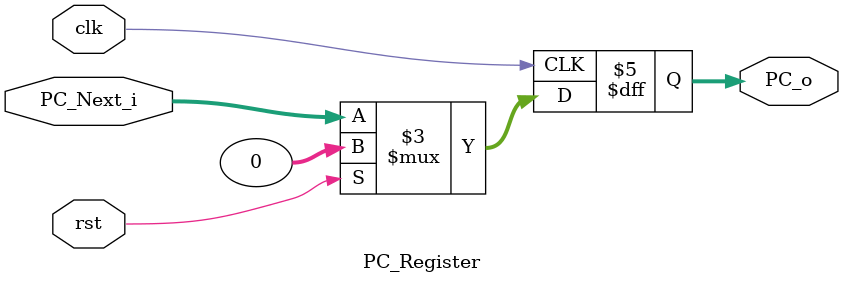
<source format=sv>
module PC_Register #(
    parameter WIDTH = 32
)(
    // interface signals
    input logic                 clk,          //clock
    input logic                 rst,          //reset
    input logic  [WIDTH-1:0]    PC_Next_i,    //PC Input 
    output logic [WIDTH-1:0]    PC_o          //PC Output
);

always_ff @ (posedge clk)
    if (rst) PC_o <= {WIDTH{1'b0}};       
    else     PC_o <= PC_Next_i;
    
endmodule

</source>
